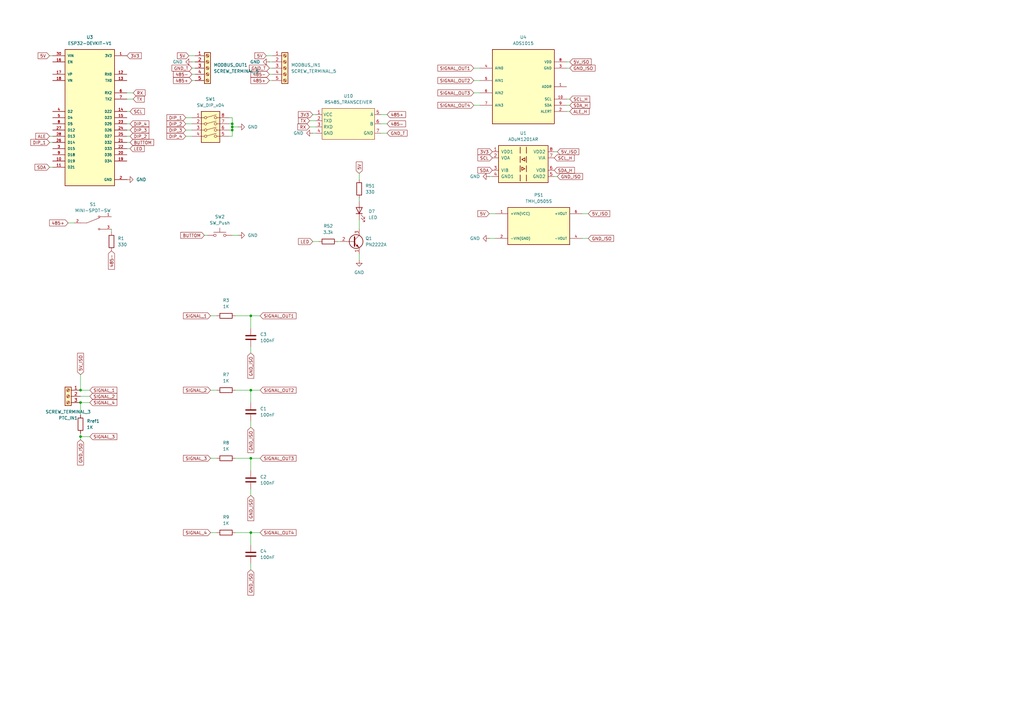
<source format=kicad_sch>
(kicad_sch (version 20250114) (generator "eeschema") (generator_version "9.0")
  (paper "A3")
  (lib_symbols
    (symbol "Connector:Screw_Terminal_01x03" (pin_names (offset 1.016) (hide yes))
      (property "Reference" "J" (at 0 5.08 0))
      (property "Value" "Screw_Terminal_01x03" (at 0 -5.08 0))
      (symbol "Screw_Terminal_01x03_1_1"
        (rectangle (start -1.27 3.81) (end 1.27 -3.81) (stroke (width 0.254)) (fill (type background)))
        (polyline (pts (xy -0.5334 2.8702) (xy 0.3302 2.032)) (stroke (width 0.1524)))
        (polyline (pts (xy -0.5334 0.3302) (xy 0.3302 -0.508)) (stroke (width 0.1524)))
        (polyline (pts (xy -0.5334 -2.2098) (xy 0.3302 -3.048)) (stroke (width 0.1524)))
        (polyline (pts (xy -0.3556 3.048) (xy 0.508 2.2098)) (stroke (width 0.1524)))
        (polyline (pts (xy -0.3556 0.508) (xy 0.508 -0.3302)) (stroke (width 0.1524)))
        (polyline (pts (xy -0.3556 -2.032) (xy 0.508 -2.8702)) (stroke (width 0.1524)))
        (circle (center 0 2.54) (radius 0.635) (stroke (width 0.1524)))
        (circle (center 0 0) (radius 0.635) (stroke (width 0.1524)))
        (circle (center 0 -2.54) (radius 0.635) (stroke (width 0.1524)))
        (pin passive line (at -5.08 2.54 0) (length 3.81) (name "Pin_1") (number "1"))
        (pin passive line (at -5.08 0 0) (length 3.81) (name "Pin_2") (number "2"))
        (pin passive line (at -5.08 -2.54 0) (length 3.81) (name "Pin_3") (number "3"))
      )
    )
    (symbol "Connector:Screw_Terminal_01x05" (pin_names (offset 1.016) (hide yes))
      (property "Reference" "J" (at 0 7.62 0))
      (property "Value" "Screw_Terminal_01x05" (at 0 -7.62 0))
      (symbol "Screw_Terminal_01x05_1_1"
        (rectangle (start -1.27 6.35) (end 1.27 -6.35) (stroke (width 0.254)) (fill (type background)))
        (polyline (pts (xy -0.5334 5.4102) (xy 0.3302 4.572)) (stroke (width 0.1524)))
        (polyline (pts (xy -0.5334 2.8702) (xy 0.3302 2.032)) (stroke (width 0.1524)))
        (polyline (pts (xy -0.5334 0.3302) (xy 0.3302 -0.508)) (stroke (width 0.1524)))
        (polyline (pts (xy -0.5334 -2.2098) (xy 0.3302 -3.048)) (stroke (width 0.1524)))
        (polyline (pts (xy -0.5334 -4.7498) (xy 0.3302 -5.588)) (stroke (width 0.1524)))
        (polyline (pts (xy -0.3556 5.588) (xy 0.508 4.7498)) (stroke (width 0.1524)))
        (polyline (pts (xy -0.3556 3.048) (xy 0.508 2.2098)) (stroke (width 0.1524)))
        (polyline (pts (xy -0.3556 0.508) (xy 0.508 -0.3302)) (stroke (width 0.1524)))
        (polyline (pts (xy -0.3556 -2.032) (xy 0.508 -2.8702)) (stroke (width 0.1524)))
        (polyline (pts (xy -0.3556 -4.572) (xy 0.508 -5.4102)) (stroke (width 0.1524)))
        (circle (center 0 5.08) (radius 0.635) (stroke (width 0.1524)))
        (circle (center 0 2.54) (radius 0.635) (stroke (width 0.1524)))
        (circle (center 0 0) (radius 0.635) (stroke (width 0.1524)))
        (circle (center 0 -2.54) (radius 0.635) (stroke (width 0.1524)))
        (circle (center 0 -5.08) (radius 0.635) (stroke (width 0.1524)))
        (pin passive line (at -5.08 5.08 0) (length 3.81) (name "Pin_1") (number "1"))
        (pin passive line (at -5.08 2.54 0) (length 3.81) (name "Pin_2") (number "2"))
        (pin passive line (at -5.08 0 0) (length 3.81) (name "Pin_3") (number "3"))
        (pin passive line (at -5.08 -2.54 0) (length 3.81) (name "Pin_4") (number "4"))
        (pin passive line (at -5.08 -5.08 0) (length 3.81) (name "Pin_5") (number "5"))
      )
    )
    (symbol "Device:C" (pin_numbers (hide yes)) (pin_names (offset 0.254))
      (property "Reference" "C" (at 0.635 2.54 0))
      (property "Value" "C" (at 0.635 -2.54 0))
      (symbol "C_0_1"
        (polyline (pts (xy -2.032 0.762) (xy 2.032 0.762)) (stroke (width 0.508)))
        (polyline (pts (xy -2.032 -0.762) (xy 2.032 -0.762)) (stroke (width 0.508)))
      )
      (symbol "C_1_1"
        (pin passive line (at 0 3.81 270) (length 2.794) (name "~") (number "1"))
        (pin passive line (at 0 -3.81 90) (length 2.794) (name "~") (number "2"))
      )
    )
    (symbol "Device:LED" (pin_numbers (hide yes)) (pin_names (offset 1.016) (hide yes))
      (property "Reference" "D" (at 0 2.54 0))
      (property "Value" "LED" (at 0 -2.54 0))
      (symbol "LED_0_1"
        (polyline (pts (xy -3.048 -0.762) (xy -4.572 -2.286) (xy -3.81 -2.286) (xy -4.572 -2.286) (xy -4.572 -1.524)))
        (polyline (pts (xy -1.778 -0.762) (xy -3.302 -2.286) (xy -2.54 -2.286) (xy -3.302 -2.286) (xy -3.302 -1.524)))
        (polyline (pts (xy -1.27 0) (xy 1.27 0)))
        (polyline (pts (xy -1.27 -1.27) (xy -1.27 1.27)) (stroke (width 0.254)))
        (polyline (pts (xy 1.27 -1.27) (xy 1.27 1.27) (xy -1.27 0) (xy 1.27 -1.27)) (stroke (width 0.254)))
      )
      (symbol "LED_1_1"
        (pin passive line (at -3.81 0 0) (length 2.54) (name "K") (number "1"))
        (pin passive line (at 3.81 0 180) (length 2.54) (name "A") (number "2"))
      )
    )
    (symbol "Device:R" (pin_numbers (hide yes)) (pin_names (offset 0))
      (property "Reference" "R" (at 2.032 0 90))
      (property "Value" "R" (at 0 0 90))
      (symbol "R_0_1"
        (rectangle (start -1.016 -2.54) (end 1.016 2.54) (stroke (width 0.254)))
      )
      (symbol "R_1_1"
        (pin passive line (at 0 3.81 270) (length 1.27) (name "~") (number "1"))
        (pin passive line (at 0 -3.81 90) (length 1.27) (name "~") (number "2"))
      )
    )
    (symbol "ESP32-DEVKIT-V1:ESP32-DEVKIT-V1" (pin_names (offset 1.016))
      (property "Reference" "U" (at -10.16 30.48 0))
      (property "Value" "ESP32-DEVKIT-V1" (at -10.16 -30.48 0))
      (symbol "ESP32-DEVKIT-V1_0_0"
        (rectangle (start -10.16 -27.94) (end 10.16 27.94) (stroke (width 0.254)) (fill (type background)))
        (pin input line (at -15.24 25.4 0) (length 5.08) (name "VIN") (number "30"))
        (pin input line (at -15.24 22.86 0) (length 5.08) (name "EN") (number "16"))
        (pin bidirectional line (at -15.24 17.78 0) (length 5.08) (name "VP") (number "17"))
        (pin bidirectional line (at -15.24 15.24 0) (length 5.08) (name "VN") (number "18"))
        (pin bidirectional line (at -15.24 2.54 0) (length 5.08) (name "D2") (number "4"))
        (pin bidirectional line (at -15.24 0 0) (length 5.08) (name "D4") (number "5"))
        (pin bidirectional line (at -15.24 -2.54 0) (length 5.08) (name "D5") (number "8"))
        (pin bidirectional line (at -15.24 -5.08 0) (length 5.08) (name "D12") (number "27"))
        (pin bidirectional line (at -15.24 -7.62 0) (length 5.08) (name "D13") (number "28"))
        (pin bidirectional line (at -15.24 -10.16 0) (length 5.08) (name "D14") (number "26"))
        (pin bidirectional line (at -15.24 -12.7 0) (length 5.08) (name "D15") (number "3"))
        (pin bidirectional line (at -15.24 -15.24 0) (length 5.08) (name "D18") (number "9"))
        (pin bidirectional line (at -15.24 -17.78 0) (length 5.08) (name "D19") (number "10"))
        (pin bidirectional line (at -15.24 -20.32 0) (length 5.08) (name "D21") (number "11"))
        (pin output line (at 15.24 25.4 180) (length 5.08) (name "3V3") (number "1"))
        (pin input line (at 15.24 17.78 180) (length 5.08) (name "RX0") (number "12"))
        (pin output line (at 15.24 15.24 180) (length 5.08) (name "TX0") (number "13"))
        (pin input line (at 15.24 10.16 180) (length 5.08) (name "RX2") (number "6"))
        (pin output line (at 15.24 7.62 180) (length 5.08) (name "TX2") (number "7"))
        (pin bidirectional line (at 15.24 2.54 180) (length 5.08) (name "D22") (number "14"))
        (pin bidirectional line (at 15.24 0 180) (length 5.08) (name "D23") (number "15"))
        (pin bidirectional line (at 15.24 -2.54 180) (length 5.08) (name "D25") (number "23"))
        (pin bidirectional line (at 15.24 -5.08 180) (length 5.08) (name "D26") (number "24"))
        (pin bidirectional line (at 15.24 -7.62 180) (length 5.08) (name "D27") (number "25"))
        (pin bidirectional line (at 15.24 -10.16 180) (length 5.08) (name "D32") (number "21"))
        (pin bidirectional line (at 15.24 -12.7 180) (length 5.08) (name "D33") (number "22"))
        (pin bidirectional line (at 15.24 -15.24 180) (length 5.08) (name "D35") (number "20"))
        (pin bidirectional line (at 15.24 -17.78 180) (length 5.08) (name "D34") (number "19"))
        (pin power_in line (at 15.24 -25.4 180) (length 5.08) (name "GND") (number "2"))
        (pin power_in line (at 15.24 -25.4 180) (length 5.08) (hide yes) (name "GND") (number "29"))
      )
    )
    (symbol "Isolator:ADuM1201AR" (pin_names (offset 1.016))
      (property "Reference" "U" (at -10.16 8.89 0))
      (property "Value" "ADuM1201AR" (at -2.032 8.89 0))
      (symbol "ADuM1201AR_0_1"
        (rectangle (start -10.16 7.62) (end 10.16 -7.62) (stroke (width 0.254)) (fill (type background)))
        (polyline (pts (xy -1.27 6.985) (xy -1.27 4.445)) (stroke (width 0.254)))
        (polyline (pts (xy -1.27 3.175) (xy -1.27 0.635)) (stroke (width 0.254)))
        (polyline (pts (xy -1.27 -0.635) (xy -1.27 -3.175)) (stroke (width 0.254)))
        (polyline (pts (xy -1.27 -4.445) (xy -1.27 -6.985)) (stroke (width 0.254)))
        (polyline (pts (xy -0.635 -1.27) (xy -0.635 -2.54) (xy 0.635 -1.905) (xy -0.635 -1.27)) (stroke (width 0.254)))
        (polyline (pts (xy 0.635 2.54) (xy 0.635 1.27) (xy -0.635 1.905) (xy 0.635 2.54)) (stroke (width 0.254)))
        (polyline (pts (xy 1.27 6.985) (xy 1.27 4.445)) (stroke (width 0.254)))
        (polyline (pts (xy 1.27 3.175) (xy 1.27 0.635)) (stroke (width 0.254)))
        (polyline (pts (xy 1.27 -0.635) (xy 1.27 -3.175)) (stroke (width 0.254)))
        (polyline (pts (xy 1.27 -4.445) (xy 1.27 -6.985)) (stroke (width 0.254)))
      )
      (symbol "ADuM1201AR_1_1"
        (pin power_in line (at -12.7 5.08 0) (length 2.54) (name "VDD1") (number "1"))
        (pin output line (at -12.7 2.54 0) (length 2.54) (name "VOA") (number "2"))
        (pin input line (at -12.7 -2.54 0) (length 2.54) (name "VIB") (number "3"))
        (pin power_in line (at -12.7 -5.08 0) (length 2.54) (name "GND1") (number "4"))
        (pin power_in line (at 12.7 5.08 180) (length 2.54) (name "VDD2") (number "8"))
        (pin input line (at 12.7 2.54 180) (length 2.54) (name "VIA") (number "7"))
        (pin output line (at 12.7 -2.54 180) (length 2.54) (name "VOB") (number "6"))
        (pin power_in line (at 12.7 -5.08 180) (length 2.54) (name "GND2") (number "5"))
      )
    )
    (symbol "Switch:SW_DIP_x04" (pin_names (offset 0) (hide yes))
      (property "Reference" "SW" (at 0 8.89 0))
      (property "Value" "SW_DIP_x04" (at 0 -6.35 0))
      (symbol "SW_DIP_x04_0_0"
        (circle (center -2.032 5.08) (radius 0.508))
        (circle (center -2.032 2.54) (radius 0.508))
        (circle (center -2.032 0) (radius 0.508))
        (circle (center -2.032 -2.54) (radius 0.508))
        (polyline (pts (xy -1.524 5.207) (xy 2.3622 6.2484)))
        (polyline (pts (xy -1.524 2.667) (xy 2.3622 3.7084)))
        (polyline (pts (xy -1.524 0.127) (xy 2.3622 1.1684)))
        (polyline (pts (xy -1.524 -2.3876) (xy 2.3622 -1.3462)))
        (circle (center 2.032 5.08) (radius 0.508))
        (circle (center 2.032 2.54) (radius 0.508))
        (circle (center 2.032 0) (radius 0.508))
        (circle (center 2.032 -2.54) (radius 0.508))
      )
      (symbol "SW_DIP_x04_0_1"
        (rectangle (start -3.81 7.62) (end 3.81 -5.08) (stroke (width 0.254)) (fill (type background)))
      )
      (symbol "SW_DIP_x04_1_1"
        (pin passive line (at -7.62 5.08 0) (length 5.08) (name "~") (number "1"))
        (pin passive line (at -7.62 2.54 0) (length 5.08) (name "~") (number "2"))
        (pin passive line (at -7.62 0 0) (length 5.08) (name "~") (number "3"))
        (pin passive line (at -7.62 -2.54 0) (length 5.08) (name "~") (number "4"))
        (pin passive line (at 7.62 5.08 180) (length 5.08) (name "~") (number "8"))
        (pin passive line (at 7.62 2.54 180) (length 5.08) (name "~") (number "7"))
        (pin passive line (at 7.62 0 180) (length 5.08) (name "~") (number "6"))
        (pin passive line (at 7.62 -2.54 180) (length 5.08) (name "~") (number "5"))
      )
    )
    (symbol "Switch:SW_Push" (pin_numbers (hide yes)) (pin_names (offset 1.016) (hide yes))
      (property "Reference" "SW" (at 1.27 2.54 0))
      (property "Value" "SW_Push" (at 0 -1.524 0))
      (symbol "SW_Push_0_1"
        (circle (center -2.032 0) (radius 0.508))
        (polyline (pts (xy 0 1.27) (xy 0 3.048)))
        (circle (center 2.032 0) (radius 0.508))
        (polyline (pts (xy 2.54 1.27) (xy -2.54 1.27)))
        (pin passive line (at -5.08 0 0) (length 2.54) (name "1") (number "1"))
        (pin passive line (at 5.08 0 180) (length 2.54) (name "2") (number "2"))
      )
    )
    (symbol "TMH_0505S:TMH_0505S" (pin_names (offset 1.016))
      (property "Reference" "PS" (at -12.7 8.382 0))
      (property "Value" "TMH_0505S" (at -12.7 -10.16 0))
      (symbol "TMH_0505S_0_0"
        (rectangle (start -12.7 -7.62) (end 12.7 7.62) (stroke (width 0.254)) (fill (type background)))
        (pin input line (at -17.78 5.08 0) (length 5.08) (name "+VIN(VCC)") (number "1"))
        (pin input line (at -17.78 -5.08 0) (length 5.08) (name "-VIN(GND)") (number "2"))
        (pin output line (at 17.78 5.08 180) (length 5.08) (name "+VOUT") (number "6"))
        (pin output line (at 17.78 -5.08 180) (length 5.08) (name "-VOUT") (number "4"))
      )
    )
    (symbol "Transistor_BJT:PN2222A" (pin_names (offset 0) (hide yes))
      (property "Reference" "Q" (at 5.08 1.905 0))
      (property "Value" "PN2222A" (at 5.08 0 0))
      (symbol "PN2222A_0_1"
        (polyline (pts (xy -2.54 0) (xy 0.635 0)))
        (polyline (pts (xy 0.635 1.905) (xy 0.635 -1.905)) (stroke (width 0.508)))
        (circle (center 1.27 0) (radius 2.8194) (stroke (width 0.254)))
      )
      (symbol "PN2222A_1_1"
        (polyline (pts (xy 0.635 0.635) (xy 2.54 2.54)))
        (polyline (pts (xy 0.635 -0.635) (xy 2.54 -2.54)))
        (polyline (pts (xy 1.27 -1.778) (xy 1.778 -1.27) (xy 2.286 -2.286) (xy 1.27 -1.778)) (fill (type outline)))
        (pin input line (at -5.08 0 0) (length 2.54) (name "B") (number "2"))
        (pin passive line (at 2.54 5.08 270) (length 2.54) (name "C") (number "3"))
        (pin passive line (at 2.54 -5.08 90) (length 2.54) (name "E") (number "1"))
      )
    )
    (symbol "XY-017:XY-017"
      (property "Reference" "U" (at 0 0 0))
      (symbol "XY-017_1_1"
        (rectangle (start -2.54 -2.54) (end 19.05 -15.24) (fill (type background)))
        (pin power_in line (at -5.08 -5.08 0) (length 2.54) (name "VCC") (number "1"))
        (pin input line (at -5.08 -7.62 0) (length 2.54) (name "TXD") (number "2"))
        (pin output line (at -5.08 -10.16 0) (length 2.54) (name "RXD") (number "3"))
        (pin power_out line (at -5.08 -12.7 0) (length 2.54) (name "GND") (number "4"))
        (pin bidirectional line (at 21.59 -5.08 180) (length 2.54) (name "A") (number "5"))
        (pin bidirectional line (at 21.59 -8.89 180) (length 2.54) (name "B") (number "6"))
        (pin output line (at 21.59 -12.7 180) (length 2.54) (name "GND") (number "7"))
      )
    )
    (symbol "holag:ADS1015" (pin_names (offset 1.016))
      (property "Reference" "U" (at -10.1764 15.7735 0))
      (property "Value" "ADS1015" (at -10.1751 -17.8064 0))
      (symbol "ADS1015_0_0"
        (rectangle (start -12.7 -15.24) (end 12.7 15.24) (stroke (width 0.254)) (fill (type background)))
        (pin input line (at -17.78 7.62 0) (length 5.08) (name "AIN0") (number "4"))
        (pin input line (at -17.78 2.54 0) (length 5.08) (name "AIN1") (number "5"))
        (pin input line (at -17.78 -2.54 0) (length 5.08) (name "AIN2") (number "6"))
        (pin input line (at -17.78 -7.62 0) (length 5.08) (name "AIN3") (number "7"))
        (pin power_in line (at 17.78 10.16 180) (length 5.08) (name "VDD") (number "8"))
        (pin power_in line (at 17.78 7.62 180) (length 5.08) (name "GND") (number "3"))
        (pin input line (at 17.78 0 180) (length 5.08) (name "ADDR") (number "1"))
        (pin bidirectional line (at 17.78 -5.08 180) (length 5.08) (name "SCL") (number "10"))
        (pin bidirectional line (at 17.78 -7.62 180) (length 5.08) (name "SDA") (number "9"))
        (pin output line (at 17.78 -10.16 180) (length 5.08) (name "ALERT") (number "2"))
      )
    )
    (symbol "holag:MINI-SPDT-SW" (pin_names (offset 1.016))
      (property "Reference" "S" (at -2.54 5.08 0))
      (property "Value" "MINI-SPDT-SW" (at -2.54 -5.08 0))
      (symbol "MINI-SPDT-SW_0_0"
        (polyline (pts (xy -2.54 0) (xy -5.08 0)) (stroke (width 0.1524)))
        (polyline (pts (xy -2.54 0) (xy 2.794 2.1336)) (stroke (width 0.1524)))
        (circle (center 2.54 2.54) (radius 0.3302) (stroke (width 0.1524)))
        (circle (center 2.54 -2.54) (radius 0.3302) (stroke (width 0.1524)))
        (polyline (pts (xy 5.08 2.54) (xy 2.921 2.54)) (stroke (width 0.1524)))
        (polyline (pts (xy 5.08 -2.54) (xy 2.921 -2.54)) (stroke (width 0.1524)))
        (pin passive line (at -7.62 0 0) (length 2.54) (name "~") (number "2"))
        (pin passive line (at 7.62 2.54 180) (length 2.54) (name "~") (number "1"))
        (pin passive line (at 7.62 -2.54 180) (length 2.54) (name "~") (number "3"))
      )
    )
    (symbol "power:GND" (power) (pin_numbers (hide yes)) (pin_names (offset 0) (hide yes))
      (property "Value" "GND" (at 0 -3.81 0))
      (symbol "GND_0_1"
        (polyline (pts (xy 0 0) (xy 0 -1.27) (xy 1.27 -1.27) (xy 0 -2.54) (xy -1.27 -1.27) (xy 0 -1.27)))
      )
      (symbol "GND_1_1"
        (pin power_in line (at 0 0 270) (length 0) (name "~") (number "1"))
      )
    )
  )
  (junction (at 33.02 160.02))
  (junction (at 33.02 165.1))
  (junction (at 33.02 179.07))
  (junction (at 102.87 218.44))
  (junction (at 95.25 50.8))
  (junction (at 95.25 53.34))
  (junction (at 95.25 52.07))
  (junction (at 102.87 187.96))
  (junction (at 102.87 160.02))
  (junction (at 102.87 129.54))
  (wire (pts (xy 93.98 53.34) (xy 95.25 53.34)))
  (wire (pts (xy 33.02 179.07) (xy 33.02 177.8)))
  (wire (pts (xy 27.94 91.44) (xy 30.48 91.44)))
  (wire (pts (xy 96.52 218.44) (xy 102.87 218.44)))
  (wire (pts (xy 95.25 50.8) (xy 95.25 52.07)))
  (wire (pts (xy 102.87 231.14) (xy 102.87 233.68)))
  (wire (pts (xy 102.87 172.72) (xy 102.87 175.26)))
  (wire (pts (xy 102.87 218.44) (xy 106.68 218.44)))
  (wire (pts (xy 102.87 160.02) (xy 102.87 165.1)))
  (wire (pts (xy 78.74 30.48) (xy 80.01 30.48)))
  (wire (pts (xy 147.32 81.28) (xy 147.32 82.55)))
  (wire (pts (xy 147.32 71.12) (xy 147.32 73.66)))
  (wire (pts (xy 232.41 25.4) (xy 233.68 25.4)))
  (wire (pts (xy 86.36 218.44) (xy 88.9 218.44)))
  (wire (pts (xy 200.66 72.39) (xy 201.93 72.39)))
  (wire (pts (xy 52.07 40.64) (xy 54.61 40.64)))
  (wire (pts (xy 232.41 27.94) (xy 233.68 27.94)))
  (wire (pts (xy 33.02 160.02) (xy 36.83 160.02)))
  (wire (pts (xy 158.75 46.99) (xy 156.21 46.99)))
  (wire (pts (xy 233.68 43.18) (xy 232.41 43.18)))
  (wire (pts (xy 33.02 165.1) (xy 33.02 170.18)))
  (wire (pts (xy 102.87 129.54) (xy 102.87 134.62)))
  (wire (pts (xy 86.36 129.54) (xy 88.9 129.54)))
  (wire (pts (xy 158.75 50.8) (xy 156.21 50.8)))
  (wire (pts (xy 93.98 50.8) (xy 95.25 50.8)))
  (wire (pts (xy 138.43 99.06) (xy 139.7 99.06)))
  (wire (pts (xy 53.34 53.34) (xy 52.07 53.34)))
  (wire (pts (xy 233.68 40.64) (xy 232.41 40.64)))
  (wire (pts (xy 95.25 96.52) (xy 97.79 96.52)))
  (wire (pts (xy 102.87 187.96) (xy 106.68 187.96)))
  (wire (pts (xy 33.02 153.67) (xy 33.02 160.02)))
  (wire (pts (xy 228.6 72.39) (xy 227.33 72.39)))
  (wire (pts (xy 45.72 93.98) (xy 45.72 95.25)))
  (wire (pts (xy 96.52 129.54) (xy 102.87 129.54)))
  (wire (pts (xy 96.52 160.02) (xy 102.87 160.02)))
  (wire (pts (xy 33.02 179.07) (xy 36.83 179.07)))
  (wire (pts (xy 110.49 27.94) (xy 111.76 27.94)))
  (wire (pts (xy 33.02 180.34) (xy 33.02 179.07)))
  (wire (pts (xy 20.32 58.42) (xy 21.59 58.42)))
  (wire (pts (xy 110.49 25.4) (xy 111.76 25.4)))
  (wire (pts (xy 127 52.07) (xy 129.54 52.07)))
  (wire (pts (xy 33.02 162.56) (xy 36.83 162.56)))
  (wire (pts (xy 147.32 106.68) (xy 147.32 104.14)))
  (wire (pts (xy 95.25 53.34) (xy 95.25 55.88)))
  (wire (pts (xy 83.82 96.52) (xy 85.09 96.52)))
  (wire (pts (xy 200.66 87.63) (xy 203.2 87.63)))
  (wire (pts (xy 147.32 90.17) (xy 147.32 93.98)))
  (wire (pts (xy 200.66 97.79) (xy 203.2 97.79)))
  (wire (pts (xy 102.87 129.54) (xy 106.68 129.54)))
  (wire (pts (xy 110.49 30.48) (xy 111.76 30.48)))
  (wire (pts (xy 102.87 160.02) (xy 106.68 160.02)))
  (wire (pts (xy 52.07 45.72) (xy 53.34 45.72)))
  (wire (pts (xy 95.25 52.07) (xy 95.25 53.34)))
  (wire (pts (xy 52.07 38.1) (xy 54.61 38.1)))
  (wire (pts (xy 127 49.53) (xy 129.54 49.53)))
  (wire (pts (xy 238.76 97.79) (xy 241.3 97.79)))
  (wire (pts (xy 20.32 22.86) (xy 21.59 22.86)))
  (wire (pts (xy 128.27 54.61) (xy 129.54 54.61)))
  (wire (pts (xy 96.52 187.96) (xy 102.87 187.96)))
  (wire (pts (xy 95.25 48.26) (xy 95.25 50.8)))
  (wire (pts (xy 102.87 218.44) (xy 102.87 223.52)))
  (wire (pts (xy 78.74 33.02) (xy 80.01 33.02)))
  (wire (pts (xy 53.34 55.88) (xy 52.07 55.88)))
  (wire (pts (xy 76.2 48.26) (xy 78.74 48.26)))
  (wire (pts (xy 128.27 99.06) (xy 130.81 99.06)))
  (wire (pts (xy 194.31 27.94) (xy 196.85 27.94)))
  (wire (pts (xy 95.25 55.88) (xy 93.98 55.88)))
  (wire (pts (xy 110.49 33.02) (xy 111.76 33.02)))
  (wire (pts (xy 93.98 48.26) (xy 95.25 48.26)))
  (wire (pts (xy 33.02 165.1) (xy 36.83 165.1)))
  (wire (pts (xy 52.07 60.96) (xy 53.34 60.96)))
  (wire (pts (xy 232.41 45.72) (xy 233.68 45.72)))
  (wire (pts (xy 102.87 142.24) (xy 102.87 144.78)))
  (wire (pts (xy 228.6 62.23) (xy 227.33 62.23)))
  (wire (pts (xy 76.2 50.8) (xy 78.74 50.8)))
  (wire (pts (xy 194.31 33.02) (xy 196.85 33.02)))
  (wire (pts (xy 238.76 87.63) (xy 241.3 87.63)))
  (wire (pts (xy 76.2 55.88) (xy 78.74 55.88)))
  (wire (pts (xy 102.87 187.96) (xy 102.87 193.04)))
  (wire (pts (xy 76.2 53.34) (xy 78.74 53.34)))
  (wire (pts (xy 53.34 50.8) (xy 52.07 50.8)))
  (wire (pts (xy 78.74 25.4) (xy 80.01 25.4)))
  (wire (pts (xy 194.31 43.18) (xy 196.85 43.18)))
  (wire (pts (xy 95.25 52.07) (xy 97.79 52.07)))
  (wire (pts (xy 86.36 187.96) (xy 88.9 187.96)))
  (wire (pts (xy 20.32 55.88) (xy 21.59 55.88)))
  (wire (pts (xy 78.74 27.94) (xy 80.01 27.94)))
  (wire (pts (xy 128.27 46.99) (xy 129.54 46.99)))
  (wire (pts (xy 86.36 160.02) (xy 88.9 160.02)))
  (wire (pts (xy 194.31 38.1) (xy 196.85 38.1)))
  (wire (pts (xy 52.07 58.42) (xy 53.34 58.42)))
  (wire (pts (xy 20.32 68.58) (xy 21.59 68.58)))
  (wire (pts (xy 158.75 54.61) (xy 156.21 54.61)))
  (wire (pts (xy 102.87 200.66) (xy 102.87 203.2)))
  (wire (pts (xy 109.22 22.86) (xy 111.76 22.86)))
  (wire (pts (xy 77.47 22.86) (xy 80.01 22.86)))
  (global_label "3V3" (shape input) (at 128.27 46.99 180) (property "Intersheetrefs" "${INTERSHEET_REFS}" (effects (hide yes))))
  (global_label "SIGNAL_1" (shape input) (at 86.36 129.54 180) (property "Intersheetrefs" "${INTERSHEET_REFS}" (effects (hide yes))))
  (global_label "5V" (shape input) (at 147.32 71.12 90) (property "Intersheetrefs" "${INTERSHEET_REFS}" (effects (hide yes))))
  (global_label "485+" (shape input) (at 110.49 33.02 180) (property "Intersheetrefs" "${INTERSHEET_REFS}" (effects (hide yes))))
  (global_label "SIGNAL_OUT4" (shape input) (at 106.68 218.44 0) (property "Intersheetrefs" "${INTERSHEET_REFS}" (effects (hide yes))))
  (global_label "BUTTOM" (shape input) (at 53.34 58.42 0) (property "Intersheetrefs" "${INTERSHEET_REFS}" (effects (hide yes))))
  (global_label "GND_T" (shape input) (at 78.74 27.94 180) (property "Intersheetrefs" "${INTERSHEET_REFS}" (effects (hide yes))))
  (global_label "SIGNAL_OUT3" (shape input) (at 106.68 187.96 0) (property "Intersheetrefs" "${INTERSHEET_REFS}" (effects (hide yes))))
  (global_label "485+" (shape input) (at 158.75 46.99 0) (property "Intersheetrefs" "${INTERSHEET_REFS}" (effects (hide yes))))
  (global_label "SDA_H" (shape input) (at 233.68 43.18 0) (property "Intersheetrefs" "${INTERSHEET_REFS}" (effects (hide yes))))
  (global_label "GND_ISO" (shape input) (at 228.6 72.39 0) (property "Intersheetrefs" "${INTERSHEET_REFS}" (effects (hide yes))))
  (global_label "SDA_H" (shape input) (at 227.33 69.85 0) (property "Intersheetrefs" "${INTERSHEET_REFS}" (effects (hide yes))))
  (global_label "5V" (shape input) (at 200.66 87.63 180) (property "Intersheetrefs" "${INTERSHEET_REFS}" (effects (hide yes))))
  (global_label "GND_ISO" (shape input) (at 33.02 180.34 270) (property "Intersheetrefs" "${INTERSHEET_REFS}" (effects (hide yes))))
  (global_label "485-" (shape input) (at 110.49 30.48 180) (property "Intersheetrefs" "${INTERSHEET_REFS}" (effects (hide yes))))
  (global_label "SIGNAL_OUT2" (shape input) (at 194.31 33.02 180) (property "Intersheetrefs" "${INTERSHEET_REFS}" (effects (hide yes))))
  (global_label "485-" (shape input) (at 45.72 102.87 270) (property "Intersheetrefs" "${INTERSHEET_REFS}" (effects (hide yes))))
  (global_label "GND_ISO" (shape input) (at 102.87 175.26 270) (property "Intersheetrefs" "${INTERSHEET_REFS}" (effects (hide yes))))
  (global_label "SDA" (shape input) (at 20.32 68.58 180) (property "Intersheetrefs" "${INTERSHEET_REFS}" (effects (hide yes))))
  (global_label "TX" (shape input) (at 54.61 40.64 0) (property "Intersheetrefs" "${INTERSHEET_REFS}" (effects (hide yes))))
  (global_label "TX" (shape input) (at 127 49.53 180) (property "Intersheetrefs" "${INTERSHEET_REFS}" (effects (hide yes))))
  (global_label "GND_ISO" (shape input) (at 102.87 233.68 270) (property "Intersheetrefs" "${INTERSHEET_REFS}" (effects (hide yes))))
  (global_label "ALE_H" (shape input) (at 233.68 45.72 0) (property "Intersheetrefs" "${INTERSHEET_REFS}" (effects (hide yes))))
  (global_label "5V_ISO" (shape input) (at 233.68 25.4 0) (property "Intersheetrefs" "${INTERSHEET_REFS}" (effects (hide yes))))
  (global_label "DIP_2" (shape input) (at 76.2 50.8 180) (property "Intersheetrefs" "${INTERSHEET_REFS}" (effects (hide yes))))
  (global_label "SIGNAL_1" (shape input) (at 36.83 160.02 0) (property "Intersheetrefs" "${INTERSHEET_REFS}" (effects (hide yes))))
  (global_label "DIP_3" (shape input) (at 76.2 53.34 180) (property "Intersheetrefs" "${INTERSHEET_REFS}" (effects (hide yes))))
  (global_label "485-" (shape input) (at 78.74 30.48 180) (property "Intersheetrefs" "${INTERSHEET_REFS}" (effects (hide yes))))
  (global_label "RX" (shape input) (at 127 52.07 180) (property "Intersheetrefs" "${INTERSHEET_REFS}" (effects (hide yes))))
  (global_label "5V_ISO" (shape input) (at 241.3 87.63 0) (property "Intersheetrefs" "${INTERSHEET_REFS}" (effects (hide yes))))
  (global_label "SIGNAL_4" (shape input) (at 36.83 165.1 0) (property "Intersheetrefs" "${INTERSHEET_REFS}" (effects (hide yes))))
  (global_label "GND_ISO" (shape input) (at 102.87 203.2 270) (property "Intersheetrefs" "${INTERSHEET_REFS}" (effects (hide yes))))
  (global_label "DIP_4" (shape input) (at 76.2 55.88 180) (property "Intersheetrefs" "${INTERSHEET_REFS}" (effects (hide yes))))
  (global_label "ALE" (shape input) (at 20.32 55.88 180) (property "Intersheetrefs" "${INTERSHEET_REFS}" (effects (hide yes))))
  (global_label "SIGNAL_OUT1" (shape input) (at 194.31 27.94 180) (property "Intersheetrefs" "${INTERSHEET_REFS}" (effects (hide yes))))
  (global_label "DIP_1" (shape input) (at 76.2 48.26 180) (property "Intersheetrefs" "${INTERSHEET_REFS}" (effects (hide yes))))
  (global_label "SIGNAL_OUT2" (shape input) (at 106.68 160.02 0) (property "Intersheetrefs" "${INTERSHEET_REFS}" (effects (hide yes))))
  (global_label "GND_ISO" (shape input) (at 241.3 97.79 0) (property "Intersheetrefs" "${INTERSHEET_REFS}" (effects (hide yes))))
  (global_label "DIP_4" (shape input) (at 53.34 50.8 0) (property "Intersheetrefs" "${INTERSHEET_REFS}" (effects (hide yes))))
  (global_label "5V_ISO" (shape input) (at 33.02 153.67 90) (property "Intersheetrefs" "${INTERSHEET_REFS}" (effects (hide yes))))
  (global_label "RX" (shape input) (at 54.61 38.1 0) (property "Intersheetrefs" "${INTERSHEET_REFS}" (effects (hide yes))))
  (global_label "GND_T" (shape input) (at 158.75 54.61 0) (property "Intersheetrefs" "${INTERSHEET_REFS}" (effects (hide yes))))
  (global_label "485+" (shape input) (at 78.74 33.02 180) (property "Intersheetrefs" "${INTERSHEET_REFS}" (effects (hide yes))))
  (global_label "5V" (shape input) (at 20.32 22.86 180) (property "Intersheetrefs" "${INTERSHEET_REFS}" (effects (hide yes))))
  (global_label "DIP_2" (shape input) (at 53.34 55.88 0) (property "Intersheetrefs" "${INTERSHEET_REFS}" (effects (hide yes))))
  (global_label "SIGNAL_4" (shape input) (at 86.36 218.44 180) (property "Intersheetrefs" "${INTERSHEET_REFS}" (effects (hide yes))))
  (global_label "3V3" (shape input) (at 201.93 62.23 180) (property "Intersheetrefs" "${INTERSHEET_REFS}" (effects (hide yes))))
  (global_label "485+" (shape input) (at 27.94 91.44 180) (property "Intersheetrefs" "${INTERSHEET_REFS}" (effects (hide yes))))
  (global_label "485-" (shape input) (at 158.75 50.8 0) (property "Intersheetrefs" "${INTERSHEET_REFS}" (effects (hide yes))))
  (global_label "5V_ISO" (shape input) (at 228.6 62.23 0) (property "Intersheetrefs" "${INTERSHEET_REFS}" (effects (hide yes))))
  (global_label "DIP_3" (shape input) (at 53.34 53.34 0) (property "Intersheetrefs" "${INTERSHEET_REFS}" (effects (hide yes))))
  (global_label "SIGNAL_3" (shape input) (at 86.36 187.96 180) (property "Intersheetrefs" "${INTERSHEET_REFS}" (effects (hide yes))))
  (global_label "5V" (shape input) (at 109.22 22.86 180) (property "Intersheetrefs" "${INTERSHEET_REFS}" (effects (hide yes))))
  (global_label "5V" (shape input) (at 77.47 22.86 180) (property "Intersheetrefs" "${INTERSHEET_REFS}" (effects (hide yes))))
  (global_label "SCL" (shape input) (at 53.34 45.72 0) (property "Intersheetrefs" "${INTERSHEET_REFS}" (effects (hide yes))))
  (global_label "SIGNAL_OUT1" (shape input) (at 106.68 129.54 0) (property "Intersheetrefs" "${INTERSHEET_REFS}" (effects (hide yes))))
  (global_label "GND_T" (shape input) (at 110.49 27.94 180) (property "Intersheetrefs" "${INTERSHEET_REFS}" (effects (hide yes))))
  (global_label "SIGNAL_OUT4" (shape input) (at 194.31 43.18 180) (property "Intersheetrefs" "${INTERSHEET_REFS}" (effects (hide yes))))
  (global_label "GND_ISO" (shape input) (at 102.87 144.78 270) (property "Intersheetrefs" "${INTERSHEET_REFS}" (effects (hide yes))))
  (global_label "SIGNAL_2" (shape input) (at 36.83 162.56 0) (property "Intersheetrefs" "${INTERSHEET_REFS}" (effects (hide yes))))
  (global_label "LED" (shape input) (at 128.27 99.06 180) (property "Intersheetrefs" "${INTERSHEET_REFS}" (effects (hide yes))))
  (global_label "SIGNAL_2" (shape input) (at 86.36 160.02 180) (property "Intersheetrefs" "${INTERSHEET_REFS}" (effects (hide yes))))
  (global_label "LED" (shape input) (at 53.34 60.96 0) (property "Intersheetrefs" "${INTERSHEET_REFS}" (effects (hide yes))))
  (global_label "DIP_1" (shape input) (at 20.32 58.42 180) (property "Intersheetrefs" "${INTERSHEET_REFS}" (effects (hide yes))))
  (global_label "SCL_H" (shape input) (at 227.33 64.77 0) (property "Intersheetrefs" "${INTERSHEET_REFS}" (effects (hide yes))))
  (global_label "SCL" (shape input) (at 201.93 64.77 180) (property "Intersheetrefs" "${INTERSHEET_REFS}" (effects (hide yes))))
  (global_label "SDA" (shape input) (at 201.93 69.85 180) (property "Intersheetrefs" "${INTERSHEET_REFS}" (effects (hide yes))))
  (global_label "GND_ISO" (shape input) (at 233.68 27.94 0) (property "Intersheetrefs" "${INTERSHEET_REFS}" (effects (hide yes))))
  (global_label "SIGNAL_OUT3" (shape input) (at 194.31 38.1 180) (property "Intersheetrefs" "${INTERSHEET_REFS}" (effects (hide yes))))
  (global_label "3V3" (shape input) (at 52.07 22.86 0) (property "Intersheetrefs" "${INTERSHEET_REFS}" (effects (hide yes))))
  (global_label "SIGNAL_3" (shape input) (at 36.83 179.07 0) (property "Intersheetrefs" "${INTERSHEET_REFS}" (effects (hide yes))))
  (global_label "BUTTOM" (shape input) (at 83.82 96.52 180) (property "Intersheetrefs" "${INTERSHEET_REFS}" (effects (hide yes))))
  (global_label "SCL_H" (shape input) (at 233.68 40.64 0) (property "Intersheetrefs" "${INTERSHEET_REFS}" (effects (hide yes))))
  (symbol (lib_id "Device:C") (at 102.87 138.43 180) (unit 1)
    (property "Reference" "C3" (at 106.68 137.1599 0) (effects (justify right)))
    (property "Value" "100nF" (at 106.68 139.6999 0) (effects (justify right)))
    (property "Footprint" "Capacitor_THT:C_Rect_L11.0mm_W4.3mm_P10.00mm_MKT" (effects (hide yes)))
    (property "Description" "Unpolarized capacitor" (effects (hide yes)))
  )
  (symbol (lib_id "Device:R") (at 92.71 218.44 90) (unit 1)
    (property "Reference" "R9" (at 92.71 212.09 90))
    (property "Value" "1K" (at 92.71 214.63 90))
    (property "Footprint" "Resistor_THT:R_Axial_DIN0207_L6.3mm_D2.5mm_P7.62mm_Horizontal" (effects (hide yes)))
    (property "Description" "Resistor" (effects (hide yes)))
  )
  (symbol (lib_id "holag:MINI-SPDT-SW") (at 38.1 91.44 0) (unit 1)
    (property "Reference" "S1" (at 38.1 83.82 0))
    (property "Value" "MINI-SPDT-SW" (at 38.1 86.36 0))
    (property "Footprint" "MINI-SPDT-SW:SW_MINI-SPDT-SW" (effects (hide yes)))
  )
  (symbol (lib_id "Connector:Screw_Terminal_01x05") (at 85.09 27.94 0) (unit 1)
    (property "Reference" "MODBUS_OUT1" (at 87.63 26.6699 0) (effects (justify left)))
    (property "Value" "SCREW_TERMINAL_5" (at 87.63 29.2099 0) (effects (justify left)))
    (property "Footprint" "TerminalBlock_Phoenix:TerminalBlock_Phoenix_MKDS-1,5-5-5.08_1x05_P5.08mm_Horizontal" (effects (hide yes)))
    (property "Description" "Generic screw terminal, single row, 01x05, script generated (kicad-library-utils/schlib/autogen/connector/)" (effects (hide yes)))
  )
  (symbol (lib_id "Device:R") (at 147.32 77.47 0) (unit 1)
    (property "Reference" "R51" (at 149.86 76.1999 0) (effects (justify left)))
    (property "Value" "330" (at 149.86 78.7399 0) (effects (justify left)))
    (property "Footprint" "Resistor_THT:R_Axial_DIN0207_L6.3mm_D2.5mm_P7.62mm_Horizontal" (effects (hide yes)))
    (property "Description" "Resistor" (effects (hide yes)))
  )
  (symbol (lib_id "Connector:Screw_Terminal_01x05") (at 116.84 27.94 0) (unit 1)
    (property "Reference" "MODBUS_IN1" (at 119.38 26.6699 0) (effects (justify left)))
    (property "Value" "SCREW_TERMINAL_5" (at 119.38 29.2099 0) (effects (justify left)))
    (property "Footprint" "TerminalBlock_Phoenix:TerminalBlock_Phoenix_MKDS-1,5-5-5.08_1x05_P5.08mm_Horizontal" (effects (hide yes)))
    (property "Description" "Generic screw terminal, single row, 01x05, script generated (kicad-library-utils/schlib/autogen/connector/)" (effects (hide yes)))
  )
  (symbol (lib_id "Device:R") (at 33.02 173.99 180) (unit 1)
    (property "Reference" "Rref1" (at 35.56 172.7199 0) (effects (justify right)))
    (property "Value" "1K" (at 35.56 175.2599 0) (effects (justify right)))
    (property "Footprint" "Resistor_THT:R_Axial_DIN0207_L6.3mm_D2.5mm_P7.62mm_Horizontal" (effects (hide yes)))
    (property "Description" "Resistor" (effects (hide yes)))
  )
  (symbol (lib_id "power:GND") (at 200.66 97.79 270) (unit 1)
    (property "Reference" "#PWR02" (effects (hide yes)))
    (property "Value" "GND" (at 196.85 97.7899 90) (effects (justify right)))
    (property "Description" "Power symbol creates a global label with name \"GND\" , ground" (effects (hide yes)))
  )
  (symbol (lib_id "Device:R") (at 92.71 160.02 90) (unit 1)
    (property "Reference" "R7" (at 92.71 153.67 90))
    (property "Value" "1K" (at 92.71 156.21 90))
    (property "Footprint" "Resistor_THT:R_Axial_DIN0207_L6.3mm_D2.5mm_P7.62mm_Horizontal" (effects (hide yes)))
    (property "Description" "Resistor" (effects (hide yes)))
  )
  (symbol (lib_id "Device:C") (at 102.87 227.33 180) (unit 1)
    (property "Reference" "C4" (at 106.68 226.0599 0) (effects (justify right)))
    (property "Value" "100nF" (at 106.68 228.5999 0) (effects (justify right)))
    (property "Footprint" "Capacitor_THT:C_Rect_L11.0mm_W4.3mm_P10.00mm_MKT" (effects (hide yes)))
    (property "Description" "Unpolarized capacitor" (effects (hide yes)))
  )
  (symbol (lib_id "holag:ADS1015") (at 214.63 35.56 0) (unit 1)
    (property "Reference" "U4" (at 214.63 15.24 0))
    (property "Value" "ADS1015" (at 214.63 17.78 0))
    (property "Footprint" "ads1015:ADS1015" (effects (hide yes)))
  )
  (symbol (lib_id "power:GND") (at 52.07 73.66 90) (unit 1)
    (property "Reference" "#PWR09" (effects (hide yes)))
    (property "Value" "GND" (at 55.88 73.6599 90) (effects (justify right)))
    (property "Description" "Power symbol creates a global label with name \"GND\" , ground" (effects (hide yes)))
  )
  (symbol (lib_id "Device:R") (at 45.72 99.06 0) (unit 1)
    (property "Reference" "R1" (at 48.26 97.7899 0) (effects (justify left)))
    (property "Value" "330" (at 48.26 100.3299 0) (effects (justify left)))
    (property "Footprint" "Resistor_THT:R_Axial_DIN0207_L6.3mm_D2.5mm_P7.62mm_Horizontal" (effects (hide yes)))
    (property "Description" "Resistor" (effects (hide yes)))
  )
  (symbol (lib_id "power:GND") (at 97.79 96.52 90) (unit 1)
    (property "Reference" "#PWR034" (effects (hide yes)))
    (property "Value" "GND" (at 101.6 96.5199 90) (effects (justify right)))
    (property "Description" "Power symbol creates a global label with name \"GND\" , ground" (effects (hide yes)))
  )
  (symbol (lib_id "Switch:SW_DIP_x04") (at 86.36 53.34 0) (unit 1)
    (property "Reference" "SW1" (at 86.36 40.64 0))
    (property "Value" "SW_DIP_x04" (at 86.36 43.18 0))
    (property "Footprint" "Button_Switch_THT:SW_DIP_SPSTx04_Slide_9.78x12.34mm_W7.62mm_P2.54mm" (effects (hide yes)))
    (property "Description" "4x DIP Switch, Single Pole Single Throw (SPST) switch, small symbol" (effects (hide yes)))
  )
  (symbol (lib_id "Transistor_BJT:PN2222A") (at 144.78 99.06 0) (unit 1)
    (property "Reference" "Q1" (at 149.86 97.7899 0) (effects (justify left)))
    (property "Value" "PN2222A" (at 149.86 100.3299 0) (effects (justify left)))
    (property "Footprint" "Package_TO_SOT_THT:TO-92_Inline" (effects (hide yes)))
    (property "Datasheet" "https://www.onsemi.com/pub/Collateral/PN2222-D.PDF" (effects (hide yes)))
    (property "Description" "1A Ic, 40V Vce, NPN Transistor, General Purpose Transistor, TO-92" (effects (hide yes)))
  )
  (symbol (lib_id "Isolator:ADuM1201AR") (at 214.63 67.31 0) (unit 1)
    (property "Reference" "U1" (at 214.63 54.61 0))
    (property "Value" "ADuM1201AR" (at 214.63 57.15 0))
    (property "Footprint" "Package_SO:SOIC-8_3.9x4.9mm_P1.27mm" (effects (hide yes)))
    (property "Datasheet" "https://www.analog.com/media/en/technical-documentation/data-sheets/ADuM1200_1201.pdf" (effects (hide yes)))
    (property "Description" "Dual-channel digital isolator, bidirectional communication, 3V/5V level translation, SOIC-8" (effects (hide yes)))
  )
  (symbol (lib_id "TMH_0505S:TMH_0505S") (at 220.98 92.71 0) (unit 1)
    (property "Reference" "PS1" (at 220.98 80.01 0))
    (property "Value" "TMH_0505S" (at 220.98 82.55 0))
    (property "Footprint" "DC-DC:CONV_TMH_0505S" (effects (hide yes)))
    (property "MF" "Traco Power" (effects (hide yes)))
    (property "MAXIMUM_PACKAGE_HEIGHT" "10.45mm" (effects (hide yes)))
    (property "Package" "None" (effects (hide yes)))
    (property "Price" "None" (effects (hide yes)))
    (property "STANDARD" "IPC 7351B" (effects (hide yes)))
    (property "PARTREV" "March 26,2020" (effects (hide yes)))
    (property "MP" "TMH0505S" (effects (hide yes)))
    (property "Availability" "In Stock" (effects (hide yes)))
    (property "MANUFACTURER" "Traco Power" (effects (hide yes)))
  )
  (symbol (lib_id "Device:C") (at 102.87 196.85 180) (unit 1)
    (property "Reference" "C2" (at 106.68 195.5799 0) (effects (justify right)))
    (property "Value" "100nF" (at 106.68 198.1199 0) (effects (justify right)))
    (property "Footprint" "Capacitor_THT:C_Rect_L11.0mm_W4.3mm_P10.00mm_MKT" (effects (hide yes)))
    (property "Description" "Unpolarized capacitor" (effects (hide yes)))
  )
  (symbol (lib_id "power:GND") (at 128.27 54.61 270) (unit 1)
    (property "Reference" "#PWR031" (effects (hide yes)))
    (property "Value" "GND" (at 124.46 54.6099 90) (effects (justify right)))
    (property "Description" "Power symbol creates a global label with name \"GND\" , ground" (effects (hide yes)))
  )
  (symbol (lib_id "power:GND") (at 110.49 25.4 270) (unit 1)
    (property "Reference" "#PWR032" (effects (hide yes)))
    (property "Value" "GND" (at 106.68 25.3999 90) (effects (justify right)))
    (property "Description" "Power symbol creates a global label with name \"GND\" , ground" (effects (hide yes)))
  )
  (symbol (lib_id "Device:LED") (at 147.32 86.36 90) (unit 1)
    (property "Reference" "D7" (at 151.13 86.6774 90) (effects (justify right)))
    (property "Value" "LED" (at 151.13 89.2174 90) (effects (justify right)))
    (property "Footprint" "LED_THT:LED_D4.0mm" (effects (hide yes)))
    (property "Description" "Light emitting diode" (effects (hide yes)))
    (property "Sim.Pins" "1=K 2=A" (effects (hide yes)))
  )
  (symbol (lib_id "power:GND") (at 147.32 106.68 0) (unit 1)
    (property "Reference" "#PWR035" (effects (hide yes)))
    (property "Value" "GND" (at 147.32 111.76 0))
    (property "Description" "Power symbol creates a global label with name \"GND\" , ground" (effects (hide yes)))
  )
  (symbol (lib_id "Device:R") (at 134.62 99.06 270) (unit 1)
    (property "Reference" "R52" (at 134.62 92.71 90))
    (property "Value" "3.3k" (at 134.62 95.25 90))
    (property "Footprint" "Resistor_THT:R_Axial_DIN0207_L6.3mm_D2.5mm_P7.62mm_Horizontal" (effects (hide yes)))
    (property "Description" "Resistor" (effects (hide yes)))
  )
  (symbol (lib_id "power:GND") (at 200.66 72.39 270) (unit 1)
    (property "Reference" "#PWR03" (effects (hide yes)))
    (property "Value" "GND" (at 196.85 72.3899 90) (effects (justify right)))
    (property "Description" "Power symbol creates a global label with name \"GND\" , ground" (effects (hide yes)))
  )
  (symbol (lib_id "Device:C") (at 102.87 168.91 180) (unit 1)
    (property "Reference" "C1" (at 106.68 167.6399 0) (effects (justify right)))
    (property "Value" "100nF" (at 106.68 170.1799 0) (effects (justify right)))
    (property "Footprint" "Capacitor_THT:C_Rect_L11.0mm_W4.3mm_P10.00mm_MKT" (effects (hide yes)))
    (property "Description" "Unpolarized capacitor" (effects (hide yes)))
  )
  (symbol (lib_id "power:GND") (at 78.74 25.4 270) (unit 1)
    (property "Reference" "#PWR01" (effects (hide yes)))
    (property "Value" "GND" (at 74.93 25.3999 90) (effects (justify right)))
    (property "Description" "Power symbol creates a global label with name \"GND\" , ground" (effects (hide yes)))
  )
  (symbol (lib_id "power:GND") (at 97.79 52.07 90) (unit 1)
    (property "Reference" "#PWR033" (effects (hide yes)))
    (property "Value" "GND" (at 101.6 52.0699 90) (effects (justify right)))
    (property "Description" "Power symbol creates a global label with name \"GND\" , ground" (effects (hide yes)))
  )
  (symbol (lib_id "XY-017:XY-017") (at 134.62 41.91 0) (unit 1)
    (property "Reference" "U10" (at 142.875 39.37 0))
    (property "Value" "RS485_TRANSCEIVER" (at 142.875 41.91 0))
    (property "Footprint" "xy-017:XY-017" (effects (hide yes)))
  )
  (symbol (lib_id "Device:R") (at 92.71 187.96 90) (unit 1)
    (property "Reference" "R8" (at 92.71 181.61 90))
    (property "Value" "1K" (at 92.71 184.15 90))
    (property "Footprint" "Resistor_THT:R_Axial_DIN0207_L6.3mm_D2.5mm_P7.62mm_Horizontal" (effects (hide yes)))
    (property "Description" "Resistor" (effects (hide yes)))
  )
  (symbol (lib_id "ESP32-DEVKIT-V1:ESP32-DEVKIT-V1") (at 36.83 48.26 0) (unit 1)
    (property "Reference" "U3" (at 36.83 15.24 0))
    (property "Value" "ESP32-DEVKIT-V1" (at 36.83 17.78 0))
    (property "Footprint" "ESP32-DEVKIT-V1:MODULE_ESP32_DEVKIT_V1" (effects (hide yes)))
    (property "MF" "Do it" (effects (hide yes)))
    (property "MAXIMUM_PACKAGE_HEIGHT" "6.8 mm" (effects (hide yes)))
    (property "Package" "None" (effects (hide yes)))
    (property "Price" "None" (effects (hide yes)))
    (property "PARTREV" "N/A" (effects (hide yes)))
    (property "MP" "ESP32-DEVKIT-V1" (effects (hide yes)))
    (property "Availability" "Not in stock" (effects (hide yes)))
    (property "MANUFACTURER" "DOIT" (effects (hide yes)))
  )
  (symbol (lib_id "Device:R") (at 92.71 129.54 90) (unit 1)
    (property "Reference" "R3" (at 92.71 123.19 90))
    (property "Value" "1K" (at 92.71 125.73 90))
    (property "Footprint" "Resistor_THT:R_Axial_DIN0207_L6.3mm_D2.5mm_P7.62mm_Horizontal" (effects (hide yes)))
    (property "Description" "Resistor" (effects (hide yes)))
  )
  (symbol (lib_id "Switch:SW_Push") (at 90.17 96.52 0) (unit 1)
    (property "Reference" "SW2" (at 90.17 88.9 0))
    (property "Value" "SW_Push" (at 90.17 91.44 0))
    (property "Footprint" "Button_Switch_THT:SW_PUSH_6mm" (effects (hide yes)))
    (property "Description" "Push button switch, generic, two pins" (effects (hide yes)))
  )
  (symbol (lib_id "Connector:Screw_Terminal_01x03") (at 27.94 162.56 0) (mirror y) (unit 1)
    (property "Reference" "PTC_IN1" (at 27.94 171.45 0))
    (property "Value" "SCREW_TERMINAL_3" (at 27.94 168.91 0))
    (property "Footprint" "TerminalBlock_Phoenix:TerminalBlock_Phoenix_MKDS-1,5-3-5.08_1x03_P5.08mm_Horizontal" (effects (hide yes)))
    (property "Description" "Generic screw terminal, single row, 01x03, script generated (kicad-library-utils/schlib/autogen/connector/)" (effects (hide yes)))
  )
)
</source>
